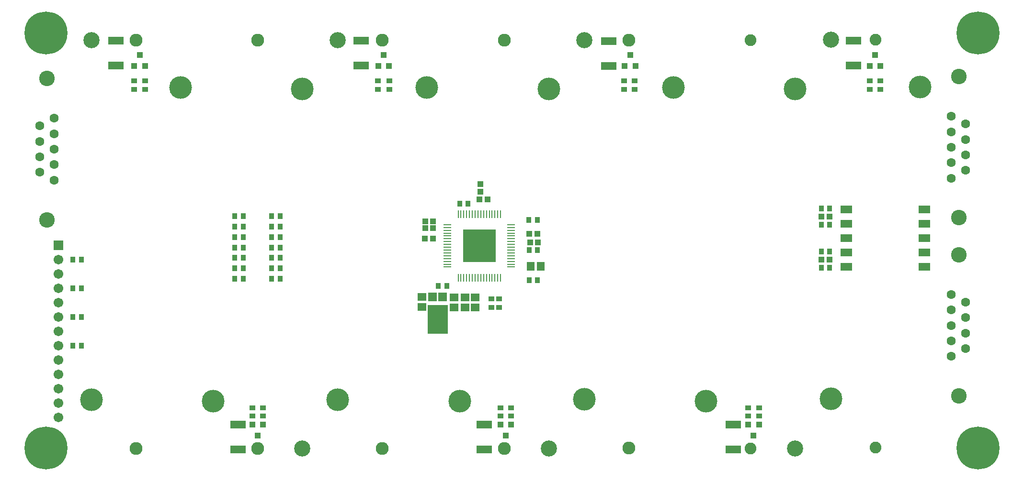
<source format=gts>
G04*
G04 #@! TF.GenerationSoftware,Altium Limited,Altium Designer,20.2.6 (244)*
G04*
G04 Layer_Color=8388736*
%FSLAX25Y25*%
%MOIN*%
G70*
G04*
G04 #@! TF.SameCoordinates,A281CC0B-DA72-4783-A236-2048B1716941*
G04*
G04*
G04 #@! TF.FilePolarity,Negative*
G04*
G01*
G75*
%ADD28R,0.01063X0.05753*%
%ADD29R,0.05753X0.01063*%
%ADD31R,0.03556X0.04343*%
%ADD32R,0.03950X0.04343*%
%ADD33R,0.04343X0.03950*%
%ADD34R,0.11036X0.05524*%
%ADD35R,0.04343X0.03556*%
%ADD36R,0.03950X0.04343*%
%ADD37R,0.06312X0.05524*%
%ADD38R,0.14028X0.19934*%
%ADD39R,0.06312X0.06272*%
%ADD40R,0.08241X0.05800*%
%ADD41R,0.22598X0.22598*%
%ADD42R,0.05524X0.06312*%
%ADD43C,0.09000*%
%ADD44C,0.15800*%
%ADD45C,0.11200*%
%ADD46C,0.10800*%
%ADD47C,0.06300*%
%ADD48C,0.08200*%
%ADD49C,0.29934*%
%ADD50C,0.06706*%
%ADD51R,0.06706X0.06706*%
D28*
X316446Y118859D02*
D03*
X314478D02*
D03*
X312509D02*
D03*
X310541D02*
D03*
X308572D02*
D03*
X306604D02*
D03*
X304635D02*
D03*
X302667D02*
D03*
X300698D02*
D03*
X298730D02*
D03*
X296761D02*
D03*
X294793D02*
D03*
X292824D02*
D03*
X290856D02*
D03*
X288887D02*
D03*
X286919D02*
D03*
Y163150D02*
D03*
X288887D02*
D03*
X290856Y163150D02*
D03*
X292824D02*
D03*
X294793D02*
D03*
X296761D02*
D03*
X298730D02*
D03*
X300698Y163150D02*
D03*
X302667D02*
D03*
X304635Y163150D02*
D03*
X306604D02*
D03*
X308572D02*
D03*
X310541D02*
D03*
X312509D02*
D03*
X314478Y163150D02*
D03*
X316446D02*
D03*
D29*
X279537Y126241D02*
D03*
Y128209D02*
D03*
Y130178D02*
D03*
Y132146D02*
D03*
Y134115D02*
D03*
Y136083D02*
D03*
Y138052D02*
D03*
Y140020D02*
D03*
Y141989D02*
D03*
Y143957D02*
D03*
Y145926D02*
D03*
Y147894D02*
D03*
Y149863D02*
D03*
Y151831D02*
D03*
Y153800D02*
D03*
Y155768D02*
D03*
X323828D02*
D03*
Y153800D02*
D03*
X323828Y151831D02*
D03*
Y149863D02*
D03*
Y147894D02*
D03*
Y145926D02*
D03*
Y143957D02*
D03*
X323828Y141989D02*
D03*
Y140020D02*
D03*
X323828Y138052D02*
D03*
Y136083D02*
D03*
Y134115D02*
D03*
Y132146D02*
D03*
Y130178D02*
D03*
X323828Y128209D02*
D03*
Y126241D02*
D03*
D31*
X157102Y118000D02*
D03*
X163007D02*
D03*
X157102Y125286D02*
D03*
X163007D02*
D03*
X157102Y132572D02*
D03*
X163007D02*
D03*
X157102Y139858D02*
D03*
X163007D02*
D03*
X157102Y147144D02*
D03*
X163007D02*
D03*
X157102Y154430D02*
D03*
X163007D02*
D03*
X157102Y161716D02*
D03*
X163007D02*
D03*
X131557Y118000D02*
D03*
X137463D02*
D03*
X131557Y125286D02*
D03*
X137463D02*
D03*
X131557Y132572D02*
D03*
X137463D02*
D03*
X131557Y139858D02*
D03*
X137463D02*
D03*
X131557Y147144D02*
D03*
X137463D02*
D03*
X131557Y154430D02*
D03*
X137463D02*
D03*
X131557Y161716D02*
D03*
X137463D02*
D03*
X18897Y71417D02*
D03*
X24803D02*
D03*
X18897Y91417D02*
D03*
X24803D02*
D03*
X18897Y111417D02*
D03*
X24803D02*
D03*
X18897Y131417D02*
D03*
X24803D02*
D03*
X545493Y167108D02*
D03*
X539587D02*
D03*
X545493Y155652D02*
D03*
X539587D02*
D03*
X545493Y137108D02*
D03*
X539587D02*
D03*
X545493Y125673D02*
D03*
X539587D02*
D03*
X287903Y170240D02*
D03*
X293809D02*
D03*
X341973Y159200D02*
D03*
X336067D02*
D03*
X278930Y113130D02*
D03*
X273025D02*
D03*
X342183Y138052D02*
D03*
X336277D02*
D03*
X342183Y116990D02*
D03*
X336277D02*
D03*
D32*
X269346Y145980D02*
D03*
X263834D02*
D03*
X263974Y153370D02*
D03*
X269486D02*
D03*
X269506Y158110D02*
D03*
X263994D02*
D03*
X301879Y173420D02*
D03*
X307391D02*
D03*
X341986Y149400D02*
D03*
X336474D02*
D03*
X342556Y143300D02*
D03*
X337044D02*
D03*
X545296Y161380D02*
D03*
X539784D02*
D03*
X545296Y131380D02*
D03*
X539784D02*
D03*
D33*
X302350Y184163D02*
D03*
Y178652D02*
D03*
D34*
X478330Y16321D02*
D03*
Y-1001D02*
D03*
X561940Y266569D02*
D03*
Y283891D02*
D03*
X391620Y266319D02*
D03*
Y283641D02*
D03*
X219450Y266569D02*
D03*
Y283891D02*
D03*
X305100Y16321D02*
D03*
Y-1001D02*
D03*
X133750Y16321D02*
D03*
Y-1001D02*
D03*
X48730Y283891D02*
D03*
Y266569D02*
D03*
D35*
X496250Y22217D02*
D03*
Y28123D02*
D03*
X488770D02*
D03*
Y22217D02*
D03*
X580890Y255952D02*
D03*
Y250046D02*
D03*
X573410Y255952D02*
D03*
Y250046D02*
D03*
X409780Y255952D02*
D03*
Y250046D02*
D03*
X402300Y255952D02*
D03*
Y250046D02*
D03*
X239000Y255952D02*
D03*
Y250046D02*
D03*
X231170Y255952D02*
D03*
Y250046D02*
D03*
X323720Y22217D02*
D03*
Y28123D02*
D03*
X316240D02*
D03*
Y22217D02*
D03*
X151192Y28123D02*
D03*
Y22217D02*
D03*
X143711D02*
D03*
Y28123D02*
D03*
X69177Y249997D02*
D03*
Y255903D02*
D03*
X61500Y249997D02*
D03*
Y255903D02*
D03*
X315392Y98139D02*
D03*
Y104045D02*
D03*
X309902Y98139D02*
D03*
Y104045D02*
D03*
D36*
X496250Y16487D02*
D03*
X488770D02*
D03*
X492510Y8613D02*
D03*
X573410Y266333D02*
D03*
X580890D02*
D03*
X577150Y274207D02*
D03*
X406610Y274094D02*
D03*
X410350Y266220D02*
D03*
X402870D02*
D03*
X235063Y274207D02*
D03*
X238803Y266333D02*
D03*
X231323D02*
D03*
X323720Y16487D02*
D03*
X316240D02*
D03*
X319980Y8613D02*
D03*
X65240Y274207D02*
D03*
X68980Y266333D02*
D03*
X61500D02*
D03*
X147452Y8613D02*
D03*
X143711Y16487D02*
D03*
X151192D02*
D03*
D37*
X261700Y105513D02*
D03*
Y98427D02*
D03*
X291796Y98084D02*
D03*
Y105171D02*
D03*
X298730Y98084D02*
D03*
Y105171D02*
D03*
X283940Y98084D02*
D03*
Y105171D02*
D03*
D38*
X272590Y89712D02*
D03*
D39*
X276212Y105389D02*
D03*
X268968D02*
D03*
D40*
X611280Y126380D02*
D03*
Y136380D02*
D03*
Y146380D02*
D03*
Y156380D02*
D03*
Y166380D02*
D03*
X556989Y126380D02*
D03*
Y136380D02*
D03*
Y146380D02*
D03*
Y156380D02*
D03*
Y166380D02*
D03*
D41*
X301683Y141005D02*
D03*
D42*
X337262Y126690D02*
D03*
X344348D02*
D03*
D43*
X405767Y-80D02*
D03*
Y284420D02*
D03*
X147547Y-120D02*
D03*
Y284380D02*
D03*
X234223Y-170D02*
D03*
Y284330D02*
D03*
X318995Y-120D02*
D03*
Y284380D02*
D03*
X62870Y-170D02*
D03*
Y284330D02*
D03*
D44*
X436767Y251420D02*
D03*
X374767Y33920D02*
D03*
X178547Y250380D02*
D03*
X116547Y32880D02*
D03*
X265223Y251330D02*
D03*
X203223Y33830D02*
D03*
X349995Y250380D02*
D03*
X287995Y32880D02*
D03*
X546310Y34230D02*
D03*
X608310Y251730D02*
D03*
X93870Y251330D02*
D03*
X31870Y33830D02*
D03*
X521538Y250380D02*
D03*
X459538Y32880D02*
D03*
D45*
X374767Y284420D02*
D03*
X178547Y-120D02*
D03*
X203223Y284330D02*
D03*
X349995Y-120D02*
D03*
X546310Y284730D02*
D03*
X31870Y284330D02*
D03*
X521538Y-120D02*
D03*
D46*
X635251Y36301D02*
D03*
Y134701D02*
D03*
Y160551D02*
D03*
Y258951D02*
D03*
X600Y159210D02*
D03*
Y257610D02*
D03*
D47*
X630220Y63926D02*
D03*
X640220Y69320D02*
D03*
X630220Y74714D02*
D03*
X640220Y80107D02*
D03*
X630220Y85501D02*
D03*
X640220Y90895D02*
D03*
X630220Y96289D02*
D03*
X640220Y101682D02*
D03*
X630220Y107076D02*
D03*
Y188176D02*
D03*
X640220Y193570D02*
D03*
X630220Y198964D02*
D03*
X640220Y204357D02*
D03*
X630220Y209751D02*
D03*
X640220Y215145D02*
D03*
X630220Y220538D02*
D03*
X640220Y225932D02*
D03*
X630220Y231326D02*
D03*
X5631Y186835D02*
D03*
X-4369Y192229D02*
D03*
X5631Y197623D02*
D03*
X-4369Y203016D02*
D03*
X5631Y208410D02*
D03*
X-4369Y213804D02*
D03*
X5631Y219197D02*
D03*
X-4369Y224591D02*
D03*
X5631Y229985D02*
D03*
D48*
X577310Y284730D02*
D03*
Y230D02*
D03*
X490538Y-120D02*
D03*
Y284380D02*
D03*
D49*
X0Y289340D02*
D03*
Y0D02*
D03*
X648700D02*
D03*
Y289340D02*
D03*
D50*
X8579Y61417D02*
D03*
Y51417D02*
D03*
Y21417D02*
D03*
Y31417D02*
D03*
Y41417D02*
D03*
Y131417D02*
D03*
Y121417D02*
D03*
Y111417D02*
D03*
Y101417D02*
D03*
Y71417D02*
D03*
Y81417D02*
D03*
Y91417D02*
D03*
D51*
Y141417D02*
D03*
M02*

</source>
